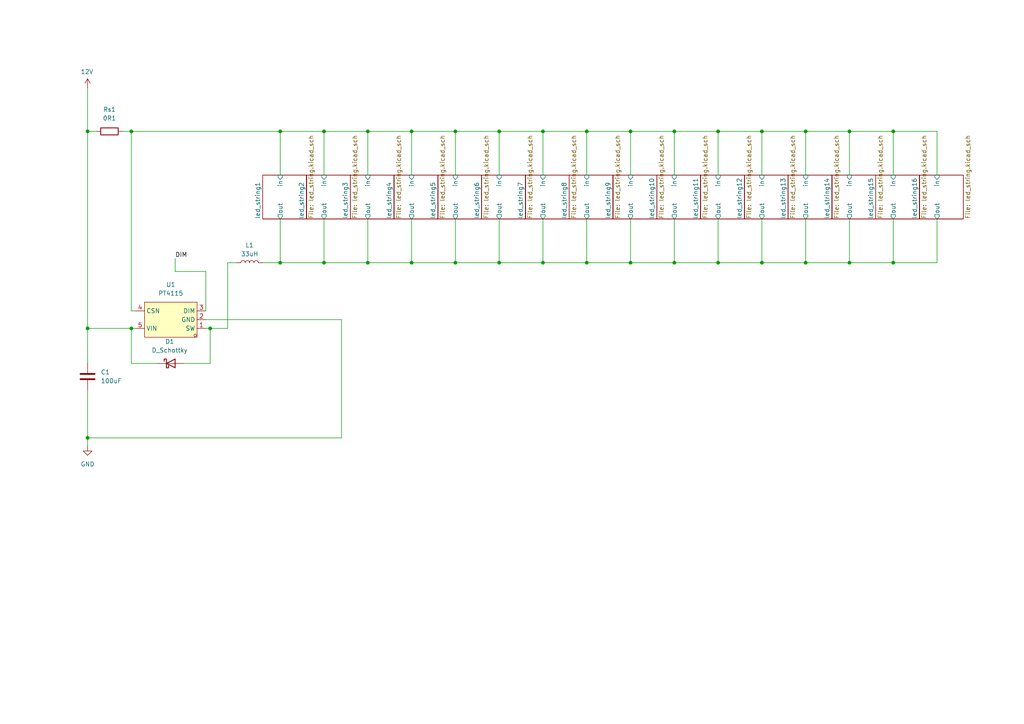
<source format=kicad_sch>
(kicad_sch (version 20250114) (generator "eeschema") (generator_version "9.0")
  (paper "A4")
  (lib_symbols
    (symbol "Device:C" (pin_numbers (hide yes)) (pin_names (offset 0.254))
      (property "Reference" "C" (at 0.635 2.54 0))
      (property "Value" "C" (at 0.635 -2.54 0))
      (symbol "C_0_1"
        (polyline (pts (xy -2.032 0.762) (xy 2.032 0.762)) (stroke (width 0.508)))
        (polyline (pts (xy -2.032 -0.762) (xy 2.032 -0.762)) (stroke (width 0.508)))
      )
      (symbol "C_1_1"
        (pin passive line (at 0 3.81 270) (length 2.794) (name "~") (number "1"))
        (pin passive line (at 0 -3.81 90) (length 2.794) (name "~") (number "2"))
      )
    )
    (symbol "Device:D_Schottky" (pin_numbers (hide yes)) (pin_names (offset 1.016) (hide yes))
      (property "Reference" "D" (at 0 2.54 0))
      (property "Value" "D_Schottky" (at 0 -2.54 0))
      (symbol "D_Schottky_0_1"
        (polyline (pts (xy -1.905 0.635) (xy -1.905 1.27) (xy -1.27 1.27) (xy -1.27 -1.27) (xy -0.635 -1.27) (xy -0.635 -0.635)) (stroke (width 0.254)))
        (polyline (pts (xy 1.27 1.27) (xy 1.27 -1.27) (xy -1.27 0) (xy 1.27 1.27)) (stroke (width 0.254)))
        (polyline (pts (xy 1.27 0) (xy -1.27 0)))
      )
      (symbol "D_Schottky_1_1"
        (pin passive line (at -3.81 0 0) (length 2.54) (name "K") (number "1"))
        (pin passive line (at 3.81 0 180) (length 2.54) (name "A") (number "2"))
      )
    )
    (symbol "Device:L" (pin_numbers (hide yes)) (pin_names (offset 1.016) (hide yes))
      (property "Reference" "L" (at -1.27 0 90))
      (property "Value" "L" (at 1.905 0 90))
      (symbol "L_0_1"
        (arc (start 0 2.54) (mid 0.6323 1.905) (end 0 1.27))
        (arc (start 0 1.27) (mid 0.6323 0.635) (end 0 0))
        (arc (start 0 0) (mid 0.6323 -0.635) (end 0 -1.27))
        (arc (start 0 -1.27) (mid 0.6323 -1.905) (end 0 -2.54))
      )
      (symbol "L_1_1"
        (pin passive line (at 0 3.81 270) (length 1.27) (name "1") (number "1"))
        (pin passive line (at 0 -3.81 90) (length 1.27) (name "2") (number "2"))
      )
    )
    (symbol "Device:R" (pin_numbers (hide yes)) (pin_names (offset 0))
      (property "Reference" "R" (at 2.032 0 90))
      (property "Value" "R" (at 0 0 90))
      (symbol "R_0_1"
        (rectangle (start -1.016 -2.54) (end 1.016 2.54) (stroke (width 0.254)))
      )
      (symbol "R_1_1"
        (pin passive line (at 0 3.81 270) (length 1.27) (name "~") (number "1"))
        (pin passive line (at 0 -3.81 90) (length 1.27) (name "~") (number "2"))
      )
    )
    (symbol "easyeda2kicad:PT4115"
      (property "Reference" "U" (at 0 7.62 0))
      (property "Value" "PT4115" (at 0 -7.62 0))
      (symbol "PT4115_0_1"
        (rectangle (start -7.62 5.08) (end 7.62 -5.08) (fill (type background)))
        (circle (center -7.11 4.57) (radius 0.38))
        (pin unspecified line (at -10.16 2.54 0) (length 2.54) (name "SW") (number "1"))
        (pin unspecified line (at -10.16 0 0) (length 2.54) (name "GND") (number "2"))
        (pin unspecified line (at -10.16 -2.54 0) (length 2.54) (name "DIM") (number "3"))
        (pin unspecified line (at 10.16 2.54 180) (length 2.54) (name "VIN") (number "5"))
        (pin unspecified line (at 10.16 -2.54 180) (length 2.54) (name "CSN") (number "4"))
      )
    )
    (symbol "power:GND" (power) (pin_numbers (hide yes)) (pin_names (offset 0) (hide yes))
      (property "Value" "GND" (at 0 -3.81 0))
      (symbol "GND_0_1"
        (polyline (pts (xy 0 0) (xy 0 -1.27) (xy 1.27 -1.27) (xy 0 -2.54) (xy -1.27 -1.27) (xy 0 -1.27)))
      )
      (symbol "GND_1_1"
        (pin power_in line (at 0 0 270) (length 0) (name "~") (number "1"))
      )
    )
    (symbol "power:VCC" (power) (pin_numbers (hide yes)) (pin_names (offset 0) (hide yes))
      (property "Value" "VCC" (at 0 3.556 0))
      (symbol "VCC_0_1"
        (polyline (pts (xy -0.762 1.27) (xy 0 2.54)))
        (polyline (pts (xy 0 2.54) (xy 0.762 1.27)))
        (polyline (pts (xy 0 0) (xy 0 2.54)))
      )
      (symbol "VCC_1_1"
        (pin power_in line (at 0 0 90) (length 0) (name "~") (number "1"))
      )
    )
  )
  (junction (at 170.18 38.1))
  (junction (at 38.1 95.25))
  (junction (at 157.48 38.1))
  (junction (at 144.78 38.1))
  (junction (at 93.98 76.2))
  (junction (at 157.48 76.2))
  (junction (at 81.28 38.1))
  (junction (at 195.58 76.2))
  (junction (at 132.08 76.2))
  (junction (at 182.88 38.1))
  (junction (at 259.08 38.1))
  (junction (at 208.28 76.2))
  (junction (at 60.96 95.25))
  (junction (at 246.38 38.1))
  (junction (at 233.68 76.2))
  (junction (at 25.4 38.1))
  (junction (at 170.18 76.2))
  (junction (at 106.68 38.1))
  (junction (at 38.1 38.1))
  (junction (at 220.98 38.1))
  (junction (at 25.4 95.25))
  (junction (at 132.08 38.1))
  (junction (at 106.68 76.2))
  (junction (at 246.38 76.2))
  (junction (at 93.98 38.1))
  (junction (at 259.08 76.2))
  (junction (at 144.78 76.2))
  (junction (at 81.28 76.2))
  (junction (at 220.98 76.2))
  (junction (at 195.58 38.1))
  (junction (at 119.38 76.2))
  (junction (at 233.68 38.1))
  (junction (at 25.4 127))
  (junction (at 182.88 76.2))
  (junction (at 119.38 38.1))
  (junction (at 208.28 38.1))
  (wire (pts (xy 132.08 38.1) (xy 132.08 50.8)))
  (wire (pts (xy 195.58 63.5) (xy 195.58 76.2)))
  (wire (pts (xy 182.88 38.1) (xy 182.88 50.8)))
  (wire (pts (xy 35.56 38.1) (xy 38.1 38.1)))
  (wire (pts (xy 25.4 38.1) (xy 27.94 38.1)))
  (wire (pts (xy 53.34 105.41) (xy 60.96 105.41)))
  (wire (pts (xy 25.4 129.54) (xy 25.4 127)))
  (wire (pts (xy 233.68 63.5) (xy 233.68 76.2)))
  (wire (pts (xy 182.88 76.2) (xy 170.18 76.2)))
  (wire (pts (xy 93.98 63.5) (xy 93.98 76.2)))
  (wire (pts (xy 25.4 127) (xy 99.06 127)))
  (wire (pts (xy 259.08 76.2) (xy 246.38 76.2)))
  (wire (pts (xy 195.58 38.1) (xy 208.28 38.1)))
  (wire (pts (xy 93.98 38.1) (xy 93.98 50.8)))
  (wire (pts (xy 119.38 38.1) (xy 119.38 50.8)))
  (wire (pts (xy 208.28 63.5) (xy 208.28 76.2)))
  (wire (pts (xy 59.69 90.17) (xy 59.69 78.74)))
  (wire (pts (xy 246.38 38.1) (xy 246.38 50.8)))
  (wire (pts (xy 93.98 76.2) (xy 81.28 76.2)))
  (wire (pts (xy 25.4 25.4) (xy 25.4 38.1)))
  (wire (pts (xy 220.98 38.1) (xy 220.98 50.8)))
  (wire (pts (xy 195.58 76.2) (xy 182.88 76.2)))
  (wire (pts (xy 157.48 38.1) (xy 170.18 38.1)))
  (wire (pts (xy 170.18 76.2) (xy 157.48 76.2)))
  (wire (pts (xy 220.98 38.1) (xy 233.68 38.1)))
  (wire (pts (xy 25.4 95.25) (xy 25.4 38.1)))
  (wire (pts (xy 195.58 38.1) (xy 195.58 50.8)))
  (wire (pts (xy 208.28 38.1) (xy 208.28 50.8)))
  (wire (pts (xy 25.4 95.25) (xy 25.4 105.41)))
  (wire (pts (xy 132.08 76.2) (xy 119.38 76.2)))
  (wire (pts (xy 106.68 63.5) (xy 106.68 76.2)))
  (wire (pts (xy 76.2 76.2) (xy 81.28 76.2)))
  (wire (pts (xy 233.68 38.1) (xy 246.38 38.1)))
  (wire (pts (xy 246.38 38.1) (xy 259.08 38.1)))
  (wire (pts (xy 170.18 38.1) (xy 182.88 38.1)))
  (wire (pts (xy 81.28 38.1) (xy 93.98 38.1)))
  (wire (pts (xy 170.18 38.1) (xy 170.18 50.8)))
  (wire (pts (xy 144.78 63.5) (xy 144.78 76.2)))
  (wire (pts (xy 157.48 76.2) (xy 144.78 76.2)))
  (wire (pts (xy 208.28 38.1) (xy 220.98 38.1)))
  (wire (pts (xy 50.8 74.93) (xy 50.8 78.74)))
  (wire (pts (xy 132.08 38.1) (xy 144.78 38.1)))
  (wire (pts (xy 81.28 76.2) (xy 81.28 63.5)))
  (wire (pts (xy 259.08 38.1) (xy 259.08 50.8)))
  (wire (pts (xy 271.78 38.1) (xy 259.08 38.1)))
  (wire (pts (xy 233.68 38.1) (xy 233.68 50.8)))
  (wire (pts (xy 38.1 90.17) (xy 38.1 38.1)))
  (wire (pts (xy 144.78 38.1) (xy 144.78 50.8)))
  (wire (pts (xy 246.38 76.2) (xy 233.68 76.2)))
  (wire (pts (xy 157.48 38.1) (xy 157.48 50.8)))
  (wire (pts (xy 59.69 78.74) (xy 50.8 78.74)))
  (wire (pts (xy 106.68 38.1) (xy 106.68 50.8)))
  (wire (pts (xy 182.88 38.1) (xy 195.58 38.1)))
  (wire (pts (xy 68.58 76.2) (xy 66.04 76.2)))
  (wire (pts (xy 93.98 38.1) (xy 106.68 38.1)))
  (wire (pts (xy 233.68 76.2) (xy 220.98 76.2)))
  (wire (pts (xy 38.1 38.1) (xy 81.28 38.1)))
  (wire (pts (xy 99.06 127) (xy 99.06 92.71)))
  (wire (pts (xy 39.37 90.17) (xy 38.1 90.17)))
  (wire (pts (xy 38.1 105.41) (xy 38.1 95.25)))
  (wire (pts (xy 45.72 105.41) (xy 38.1 105.41)))
  (wire (pts (xy 106.68 76.2) (xy 93.98 76.2)))
  (wire (pts (xy 66.04 76.2) (xy 66.04 95.25)))
  (wire (pts (xy 144.78 76.2) (xy 132.08 76.2)))
  (wire (pts (xy 271.78 76.2) (xy 259.08 76.2)))
  (wire (pts (xy 182.88 63.5) (xy 182.88 76.2)))
  (wire (pts (xy 25.4 113.03) (xy 25.4 127)))
  (wire (pts (xy 60.96 95.25) (xy 60.96 105.41)))
  (wire (pts (xy 271.78 63.5) (xy 271.78 76.2)))
  (wire (pts (xy 66.04 95.25) (xy 60.96 95.25)))
  (wire (pts (xy 170.18 63.5) (xy 170.18 76.2)))
  (wire (pts (xy 25.4 95.25) (xy 38.1 95.25)))
  (wire (pts (xy 220.98 76.2) (xy 208.28 76.2)))
  (wire (pts (xy 81.28 38.1) (xy 81.28 50.8)))
  (wire (pts (xy 119.38 38.1) (xy 132.08 38.1)))
  (wire (pts (xy 119.38 76.2) (xy 106.68 76.2)))
  (wire (pts (xy 259.08 63.5) (xy 259.08 76.2)))
  (wire (pts (xy 144.78 38.1) (xy 157.48 38.1)))
  (wire (pts (xy 208.28 76.2) (xy 195.58 76.2)))
  (wire (pts (xy 119.38 63.5) (xy 119.38 76.2)))
  (wire (pts (xy 271.78 50.8) (xy 271.78 38.1)))
  (wire (pts (xy 220.98 63.5) (xy 220.98 76.2)))
  (wire (pts (xy 38.1 95.25) (xy 39.37 95.25)))
  (wire (pts (xy 246.38 63.5) (xy 246.38 76.2)))
  (wire (pts (xy 132.08 63.5) (xy 132.08 76.2)))
  (wire (pts (xy 60.96 95.25) (xy 59.69 95.25)))
  (wire (pts (xy 99.06 92.71) (xy 59.69 92.71)))
  (wire (pts (xy 106.68 38.1) (xy 119.38 38.1)))
  (wire (pts (xy 157.48 63.5) (xy 157.48 76.2)))
  (label "DIM" (at 50.8 74.93 0))
  (symbol (lib_id "Device:R") (at 31.75 38.1 270) (unit 1)
    (property "Reference" "Rs1" (at 31.75 31.75 90))
    (property "Value" "0R1" (at 31.75 34.29 90))
    (property "Footprint" "Resistor_SMD:R_0603_1608Metric" (effects (hide yes)))
    (property "Description" "Resistor" (effects (hide yes)))
  )
  (symbol (lib_id "Device:L") (at 72.39 76.2 90) (unit 1)
    (property "Reference" "L1" (at 72.39 71.12 90))
    (property "Value" "33uH" (at 72.39 73.66 90))
    (property "Footprint" "easyeda2kicad:IND-SMD_L7.1-W6.6" (effects (hide yes)))
    (property "Description" "Inductor" (effects (hide yes)))
  )
  (symbol (lib_id "easyeda2kicad:PT4115") (at 49.53 92.71 180) (unit 1)
    (property "Reference" "U1" (at 49.53 82.55 0))
    (property "Value" "PT4115" (at 49.53 85.09 0))
    (property "Footprint" "easyeda2kicad:SOT-89-5_L4.5-W2.5-P1.50-LS4.5-BR" (effects (hide yes)))
    (property "Datasheet" "https://lcsc.com/product-detail/Others_Youtai-Semiconductor-Co-Ltd-PT4115_C347356.html" (effects (hide yes)))
    (property "LCSC Part" "C347356" (effects (hide yes)))
  )
  (symbol (lib_id "Device:D_Schottky") (at 49.53 105.41 0) (unit 1)
    (property "Reference" "D1" (at 49.2125 99.06 0))
    (property "Value" "D_Schottky" (at 49.2125 101.6 0))
    (property "Footprint" "easyeda2kicad:SMA_L4.3-W2.6-LS5.0-RD" (effects (hide yes)))
    (property "Description" "Schottky diode" (effects (hide yes)))
  )
  (symbol (lib_id "Device:C") (at 25.4 109.22 180) (unit 1)
    (property "Reference" "C1" (at 29.21 107.9499 0) (effects (justify right)))
    (property "Value" "100uF" (at 29.21 110.4899 0) (effects (justify right)))
    (property "Footprint" "Capacitor_SMD:C_0603_1608Metric" (effects (hide yes)))
    (property "Description" "Unpolarized capacitor" (effects (hide yes)))
  )
  (symbol (lib_id "power:GND") (at 25.4 129.54 0) (unit 1)
    (property "Reference" "#PWR01" (effects (hide yes)))
    (property "Value" "GND" (at 25.4 134.62 0))
    (property "Description" "Power symbol creates a global label with name \"GND\" , ground" (effects (hide yes)))
  )
  (symbol (lib_id "power:VCC") (at 25.4 25.4 0) (unit 1)
    (property "Reference" "#PWR02" (effects (hide yes)))
    (property "Value" "12V" (at 23.368 20.828 0) (effects (justify left)))
    (property "Description" "Power symbol creates a global label with name \"VCC\"" (effects (hide yes)))
  )
  (sheet (at 203.2 50.8) (size 12.7 12.7) (stroke (width 0.1524))
    (property "Sheetname" "led_string11" (at 202.4884 63.5 90) (effects (justify left bottom)))
    (property "Sheetfile" "led_string.kicad_sch" (at 216.4846 63.5 90) (effects (justify left top)))
    (pin "in" input (at 208.28 50.8 90))
    (pin "out" output (at 208.28 63.5 270))
  )
  (sheet (at 76.2 50.8) (size 12.7 12.7) (stroke (width 0.1524))
    (property "Sheetname" "led_string1" (at 75.4884 63.5 90) (effects (justify left bottom)))
    (property "Sheetfile" "led_string.kicad_sch" (at 89.4846 63.5 90) (effects (justify left top)))
    (pin "in" input (at 81.28 50.8 90))
    (pin "out" output (at 81.28 63.5 270))
  )
  (sheet (at 101.6 50.8) (size 12.7 12.7) (stroke (width 0.1524))
    (property "Sheetname" "led_string3" (at 100.8884 63.5 90) (effects (justify left bottom)))
    (property "Sheetfile" "led_string.kicad_sch" (at 114.8846 63.5 90) (effects (justify left top)))
    (pin "in" input (at 106.68 50.8 90))
    (pin "out" output (at 106.68 63.5 270))
  )
  (sheet (at 88.9 50.8) (size 12.7 12.7) (stroke (width 0.1524))
    (property "Sheetname" "led_string2" (at 88.1884 63.5 90) (effects (justify left bottom)))
    (property "Sheetfile" "led_string.kicad_sch" (at 102.1846 63.5 90) (effects (justify left top)))
    (pin "in" input (at 93.98 50.8 90))
    (pin "out" output (at 93.98 63.5 270))
  )
  (sheet (at 127 50.8) (size 12.7 12.7) (stroke (width 0.1524))
    (property "Sheetname" "led_string5" (at 126.2884 63.5 90) (effects (justify left bottom)))
    (property "Sheetfile" "led_string.kicad_sch" (at 140.2846 63.5 90) (effects (justify left top)))
    (pin "in" input (at 132.08 50.8 90))
    (pin "out" output (at 132.08 63.5 270))
  )
  (sheet (at 177.8 50.8) (size 12.7 12.7) (stroke (width 0.1524))
    (property "Sheetname" "led_string9" (at 177.0884 63.5 90) (effects (justify left bottom)))
    (property "Sheetfile" "led_string.kicad_sch" (at 191.0846 63.5 90) (effects (justify left top)))
    (pin "in" input (at 182.88 50.8 90))
    (pin "out" output (at 182.88 63.5 270))
  )
  (sheet (at 266.7 50.8) (size 12.7 12.7) (stroke (width 0.1524))
    (property "Sheetname" "led_string16" (at 265.9884 63.5 90) (effects (justify left bottom)))
    (property "Sheetfile" "led_string.kicad_sch" (at 279.9846 63.5 90) (effects (justify left top)))
    (pin "in" input (at 271.78 50.8 90))
    (pin "out" output (at 271.78 63.5 270))
  )
  (sheet (at 254 50.8) (size 12.7 12.7) (stroke (width 0.1524))
    (property "Sheetname" "led_string15" (at 253.2884 63.5 90) (effects (justify left bottom)))
    (property "Sheetfile" "led_string.kicad_sch" (at 267.2846 63.5 90) (effects (justify left top)))
    (pin "in" input (at 259.08 50.8 90))
    (pin "out" output (at 259.08 63.5 270))
  )
  (sheet (at 114.3 50.8) (size 12.7 12.7) (stroke (width 0.1524))
    (property "Sheetname" "led_string4" (at 113.5884 63.5 90) (effects (justify left bottom)))
    (property "Sheetfile" "led_string.kicad_sch" (at 127.5846 63.5 90) (effects (justify left top)))
    (pin "in" input (at 119.38 50.8 90))
    (pin "out" output (at 119.38 63.5 270))
  )
  (sheet (at 228.6 50.8) (size 12.7 12.7) (stroke (width 0.1524))
    (property "Sheetname" "led_string13" (at 227.8884 63.5 90) (effects (justify left bottom)))
    (property "Sheetfile" "led_string.kicad_sch" (at 241.8846 63.5 90) (effects (justify left top)))
    (pin "in" input (at 233.68 50.8 90))
    (pin "out" output (at 233.68 63.5 270))
  )
  (sheet (at 152.4 50.8) (size 12.7 12.7) (stroke (width 0.1524))
    (property "Sheetname" "led_string7" (at 151.6884 63.5 90) (effects (justify left bottom)))
    (property "Sheetfile" "led_string.kicad_sch" (at 165.6846 63.5 90) (effects (justify left top)))
    (pin "in" input (at 157.48 50.8 90))
    (pin "out" output (at 157.48 63.5 270))
  )
  (sheet (at 165.1 50.8) (size 12.7 12.7) (stroke (width 0.1524))
    (property "Sheetname" "led_string8" (at 164.3884 63.5 90) (effects (justify left bottom)))
    (property "Sheetfile" "led_string.kicad_sch" (at 178.3846 63.5 90) (effects (justify left top)))
    (pin "in" input (at 170.18 50.8 90))
    (pin "out" output (at 170.18 63.5 270))
  )
  (sheet (at 139.7 50.8) (size 12.7 12.7) (stroke (width 0.1524))
    (property "Sheetname" "led_string6" (at 138.9884 63.5 90) (effects (justify left bottom)))
    (property "Sheetfile" "led_string.kicad_sch" (at 152.9846 63.5 90) (effects (justify left top)))
    (pin "in" input (at 144.78 50.8 90))
    (pin "out" output (at 144.78 63.5 270))
  )
  (sheet (at 241.3 50.8) (size 12.7 12.7) (stroke (width 0.1524))
    (property "Sheetname" "led_string14" (at 240.5884 63.5 90) (effects (justify left bottom)))
    (property "Sheetfile" "led_string.kicad_sch" (at 254.5846 63.5 90) (effects (justify left top)))
    (pin "in" input (at 246.38 50.8 90))
    (pin "out" output (at 246.38 63.5 270))
  )
  (sheet (at 190.5 50.8) (size 12.7 12.7) (stroke (width 0.1524))
    (property "Sheetname" "led_string10" (at 189.7884 63.5 90) (effects (justify left bottom)))
    (property "Sheetfile" "led_string.kicad_sch" (at 203.7846 63.5 90) (effects (justify left top)))
    (pin "in" input (at 195.58 50.8 90))
    (pin "out" output (at 195.58 63.5 270))
  )
  (sheet (at 215.9 50.8) (size 12.7 12.7) (stroke (width 0.1524))
    (property "Sheetname" "led_string12" (at 215.1884 63.5 90) (effects (justify left bottom)))
    (property "Sheetfile" "led_string.kicad_sch" (at 229.1846 63.5 90) (effects (justify left top)))
    (pin "in" input (at 220.98 50.8 90))
    (pin "out" output (at 220.98 63.5 270))
  )
)
</source>
